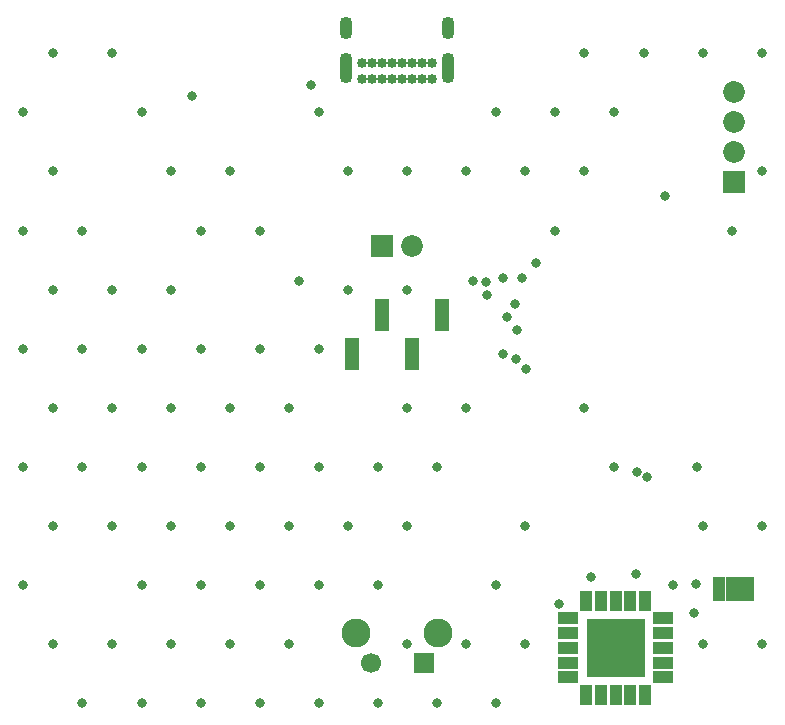
<source format=gbs>
G04*
G04 #@! TF.GenerationSoftware,Altium Limited,Altium Designer,20.0.13 (296)*
G04*
G04 Layer_Color=16711935*
%FSTAX42Y42*%
%MOMM*%
G71*
G01*
G75*
%ADD42R,1.85X1.85*%
%ADD43C,1.85*%
%ADD44C,0.85*%
%ADD45O,1.10X1.90*%
%ADD46O,1.10X2.60*%
%ADD47C,1.84*%
%ADD48R,1.84X1.84*%
%ADD49C,2.45*%
%ADD50C,1.70*%
%ADD51R,1.70X1.70*%
%ADD52C,0.80*%
%ADD72R,1.40X2.10*%
%ADD73R,1.00X0.50*%
%ADD74R,1.20X2.71*%
%ADD75R,1.70X1.00*%
%ADD76R,1.00X1.70*%
%ADD77R,5.00X5.00*%
D42*
X012514Y012908D02*
D03*
D43*
Y013162D02*
D03*
Y013416D02*
D03*
Y01367D02*
D03*
D44*
X009366Y01378D02*
D03*
X009451D02*
D03*
X009536D02*
D03*
X009621D02*
D03*
X009706D02*
D03*
X009791D02*
D03*
X009876D02*
D03*
X009961D02*
D03*
Y013915D02*
D03*
X009876D02*
D03*
X009791D02*
D03*
X009706D02*
D03*
X009621D02*
D03*
X009536D02*
D03*
X009451D02*
D03*
X009366D02*
D03*
D45*
X009231Y014216D02*
D03*
X010096D02*
D03*
D46*
X009231Y013878D02*
D03*
X010096D02*
D03*
D47*
X00979Y012366D02*
D03*
D48*
X009536D02*
D03*
D49*
X009314Y009091D02*
D03*
X010014D02*
D03*
D50*
X009439Y008841D02*
D03*
D51*
X009889D02*
D03*
D52*
X01275Y014D02*
D03*
Y013D02*
D03*
X0125Y0125D02*
D03*
X01275Y01D02*
D03*
Y009D02*
D03*
X01225Y014D02*
D03*
Y01D02*
D03*
X012Y0095D02*
D03*
X01225Y009D02*
D03*
X01175Y014D02*
D03*
X0115Y0135D02*
D03*
Y0105D02*
D03*
X01125Y014D02*
D03*
X011Y0135D02*
D03*
X01125Y013D02*
D03*
X011Y0125D02*
D03*
X01125Y011D02*
D03*
X0105Y0135D02*
D03*
X01075Y013D02*
D03*
Y01D02*
D03*
X0105Y0095D02*
D03*
X01075Y009D02*
D03*
X0105Y0085D02*
D03*
X01025Y013D02*
D03*
Y011D02*
D03*
X01Y0105D02*
D03*
X01025Y009D02*
D03*
X01Y0085D02*
D03*
X00975Y013D02*
D03*
Y012D02*
D03*
Y011D02*
D03*
X0095Y0105D02*
D03*
X00975Y01D02*
D03*
X0095Y0095D02*
D03*
X00975Y009D02*
D03*
X0095Y0085D02*
D03*
X009Y0135D02*
D03*
X00925Y013D02*
D03*
Y012D02*
D03*
X009Y0115D02*
D03*
Y0105D02*
D03*
X00925Y01D02*
D03*
X009Y0095D02*
D03*
Y0085D02*
D03*
X0085Y0125D02*
D03*
Y0115D02*
D03*
X00875Y011D02*
D03*
X0085Y0105D02*
D03*
X00875Y01D02*
D03*
X0085Y0095D02*
D03*
X00875Y009D02*
D03*
X0085Y0085D02*
D03*
X00825Y013D02*
D03*
X008Y0125D02*
D03*
Y0115D02*
D03*
X00825Y011D02*
D03*
X008Y0105D02*
D03*
X00825Y01D02*
D03*
X008Y0095D02*
D03*
X00825Y009D02*
D03*
X008Y0085D02*
D03*
X0075Y0135D02*
D03*
X00775Y013D02*
D03*
Y012D02*
D03*
X0075Y0115D02*
D03*
X00775Y011D02*
D03*
X0075Y0105D02*
D03*
X00775Y01D02*
D03*
X0075Y0095D02*
D03*
X00775Y009D02*
D03*
X0075Y0085D02*
D03*
X00725Y014D02*
D03*
X007Y0125D02*
D03*
X00725Y012D02*
D03*
X007Y0115D02*
D03*
X00725Y011D02*
D03*
X007Y0105D02*
D03*
X00725Y01D02*
D03*
Y009D02*
D03*
X007Y0085D02*
D03*
X00675Y014D02*
D03*
X0065Y0135D02*
D03*
X00675Y013D02*
D03*
X0065Y0125D02*
D03*
X00675Y012D02*
D03*
X0065Y0115D02*
D03*
X00675Y011D02*
D03*
X0065Y0105D02*
D03*
X00675Y01D02*
D03*
X0065Y0095D02*
D03*
X00675Y009D02*
D03*
X010756Y011331D02*
D03*
X010674Y011416D02*
D03*
X010564Y011456D02*
D03*
X011033Y009336D02*
D03*
X012174Y009266D02*
D03*
X010724Y012096D02*
D03*
X010564D02*
D03*
X010414Y012066D02*
D03*
X010304Y012076D02*
D03*
X008833D02*
D03*
X012204Y010496D02*
D03*
X011933Y012796D02*
D03*
X011693Y010456D02*
D03*
X011783Y010416D02*
D03*
X010664Y011876D02*
D03*
X012193Y009506D02*
D03*
X011304Y009566D02*
D03*
X011683Y009596D02*
D03*
X010843Y012226D02*
D03*
X010424Y011956D02*
D03*
X010683Y011656D02*
D03*
X007924Y013636D02*
D03*
X008933Y013736D02*
D03*
X010593Y011766D02*
D03*
D72*
X012514Y009466D02*
D03*
D73*
X012633Y009391D02*
D03*
Y009441D02*
D03*
Y009491D02*
D03*
Y009541D02*
D03*
X012393D02*
D03*
Y009491D02*
D03*
Y009441D02*
D03*
Y009391D02*
D03*
D74*
X009282Y011451D02*
D03*
X009536Y011782D02*
D03*
X00979Y011451D02*
D03*
X010044Y011782D02*
D03*
D75*
X011114Y008716D02*
D03*
Y008841D02*
D03*
Y008966D02*
D03*
Y009091D02*
D03*
Y009216D02*
D03*
X011914D02*
D03*
Y009091D02*
D03*
Y008966D02*
D03*
Y008841D02*
D03*
Y008716D02*
D03*
D76*
X011264Y009366D02*
D03*
X011389D02*
D03*
X011514D02*
D03*
X011639D02*
D03*
X011764D02*
D03*
Y008566D02*
D03*
X011639D02*
D03*
X011514D02*
D03*
X011389D02*
D03*
X011264D02*
D03*
D77*
X011514Y008966D02*
D03*
M02*

</source>
